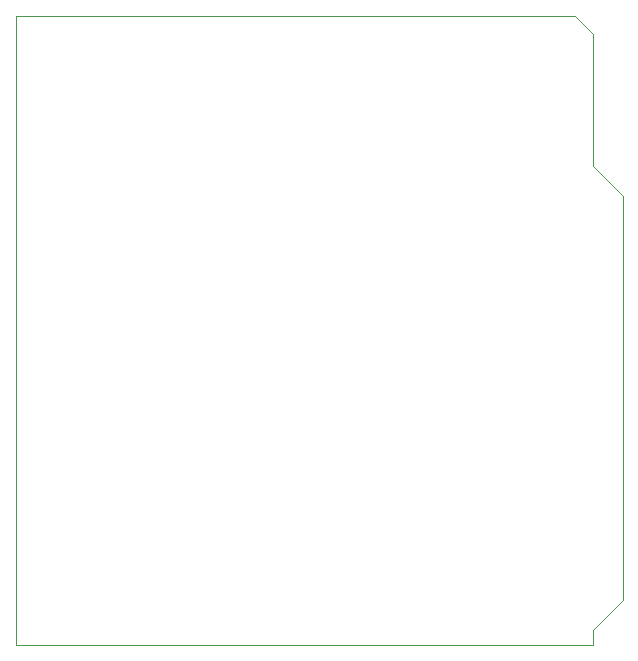
<source format=gbr>
G04 #@! TF.GenerationSoftware,KiCad,Pcbnew,(5.1.6)-1*
G04 #@! TF.CreationDate,2021-01-19T11:24:55+01:00*
G04 #@! TF.ProjectId,Thermolino 2A,54686572-6d6f-46c6-996e-6f2032412e6b,rev?*
G04 #@! TF.SameCoordinates,Original*
G04 #@! TF.FileFunction,Profile,NP*
%FSLAX46Y46*%
G04 Gerber Fmt 4.6, Leading zero omitted, Abs format (unit mm)*
G04 Created by KiCad (PCBNEW (5.1.6)-1) date 2021-01-19 11:24:55*
%MOMM*%
%LPD*%
G01*
G04 APERTURE LIST*
G04 #@! TA.AperFunction,Profile*
%ADD10C,0.050000*%
G04 #@! TD*
G04 APERTURE END LIST*
D10*
X169545000Y-114236500D02*
X218440000Y-114236500D01*
X169545000Y-60960000D02*
X169545000Y-114236500D01*
X215138000Y-60960000D02*
X169545000Y-60960000D01*
X216916000Y-60960000D02*
X215138000Y-60960000D01*
X218440000Y-62484000D02*
X216916000Y-60960000D01*
X218440000Y-73406000D02*
X218440000Y-62484000D01*
X218440000Y-73660000D02*
X218440000Y-73406000D01*
X220980000Y-76200000D02*
X218440000Y-73660000D01*
X220980000Y-109601000D02*
X220980000Y-76200000D01*
X220980000Y-110426500D02*
X220980000Y-109601000D01*
X218440000Y-112966500D02*
X220980000Y-110426500D01*
X218440000Y-114236500D02*
X218440000Y-112966500D01*
M02*

</source>
